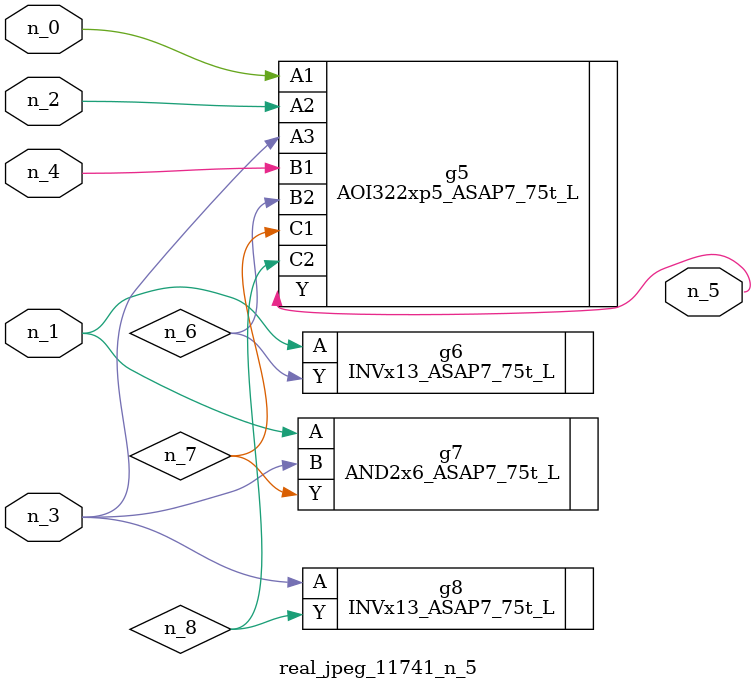
<source format=v>
module real_jpeg_11741_n_5 (n_4, n_0, n_1, n_2, n_3, n_5);

input n_4;
input n_0;
input n_1;
input n_2;
input n_3;

output n_5;

wire n_8;
wire n_6;
wire n_7;

AOI322xp5_ASAP7_75t_L g5 ( 
.A1(n_0),
.A2(n_2),
.A3(n_3),
.B1(n_4),
.B2(n_6),
.C1(n_7),
.C2(n_8),
.Y(n_5)
);

INVx13_ASAP7_75t_L g6 ( 
.A(n_1),
.Y(n_6)
);

AND2x6_ASAP7_75t_L g7 ( 
.A(n_1),
.B(n_3),
.Y(n_7)
);

INVx13_ASAP7_75t_L g8 ( 
.A(n_3),
.Y(n_8)
);


endmodule
</source>
